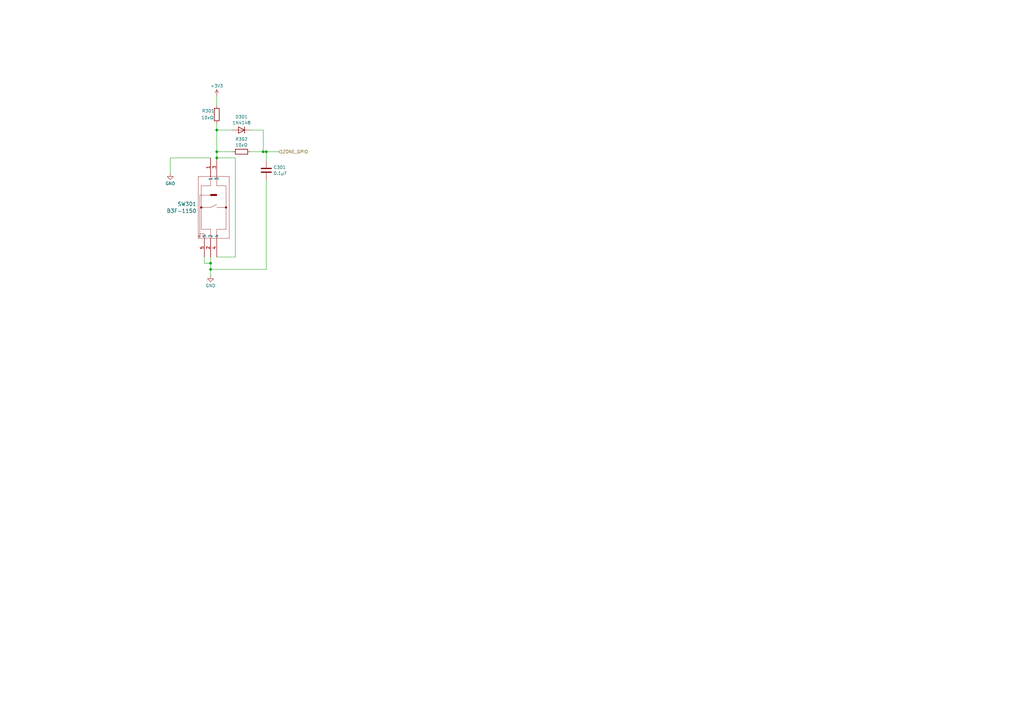
<source format=kicad_sch>
(kicad_sch (version 20231120) (generator "eeschema") (generator_version "8.0")
  (paper "A3")
  (title_block (title "TL2C-ESP32-1 TL2C Adapter for ESP32") (date "2024-02-08") (rev "1.01"))
  (lib_symbols
    (symbol "Device:C" (pin_numbers hide) (pin_names (offset 0.254))
      (property "Reference" "C" (at 0.635 2.54 0))
      (property "Value" "C" (at 0.635 -2.54 0))
      (symbol "C_0_1"
        (polyline (pts (xy -2.032 -0.762) (xy 2.032 -0.762)) (stroke (width 0.508)))
        (polyline (pts (xy -2.032 0.762) (xy 2.032 0.762)) (stroke (width 0.508)))
      )
      (symbol "C_1_1"
        (pin passive line (at 0 3.81 270) (length 2.794) (name "~") (number "1"))
        (pin passive line (at 0 -3.81 90) (length 2.794) (name "~") (number "2"))
      )
    )
    (symbol "Device:R" (pin_numbers hide) (pin_names (offset 0))
      (property "Reference" "R" (at 2.032 0 90))
      (property "Value" "R" (at 0 0 90))
      (symbol "R_0_1"
        (rectangle (start -1.016 -2.54) (end 1.016 2.54) (stroke (width 0.254)))
      )
      (symbol "R_1_1"
        (pin passive line (at 0 3.81 270) (length 1.27) (name "~") (number "1"))
        (pin passive line (at 0 -3.81 90) (length 1.27) (name "~") (number "2"))
      )
    )
    (symbol "Diode:1N4148" (pin_numbers hide) (pin_names hide)
      (property "Reference" "D" (at 0 2.54 0))
      (property "Value" "1N4148" (at 0 -2.54 0))
      (symbol "1N4148_0_1"
        (polyline (pts (xy -1.27 1.27) (xy -1.27 -1.27)) (stroke (width 0.254)))
        (polyline (pts (xy 1.27 0) (xy -1.27 0)))
        (polyline (pts (xy 1.27 1.27) (xy 1.27 -1.27) (xy -1.27 0) (xy 1.27 1.27)) (stroke (width 0.254)))
      )
      (symbol "1N4148_1_1"
        (pin passive line (at -3.81 0 0) (length 2.54) (name "K") (number "1"))
        (pin passive line (at 3.81 0 180) (length 2.54) (name "A") (number "2"))
      )
    )
    (symbol "power:+3V3" (power) (pin_names (offset 0))
      (property "Value" "+3V3" (at 0 3.556 0))
      (symbol "+3V3_0_1"
        (polyline (pts (xy -0.762 1.27) (xy 0 2.54)))
        (polyline (pts (xy 0 0) (xy 0 2.54)))
        (polyline (pts (xy 0 2.54) (xy 0.762 1.27)))
      )
      (symbol "+3V3_1_1"
        (pin power_in line (at 0 0 90) (length 0) hide (name "+3V3") (number "1"))
      )
    )
    (symbol "power:GND" (power) (pin_names (offset 0))
      (property "Value" "GND" (at 0 -3.81 0))
      (symbol "GND_0_1"
        (polyline (pts (xy 0 0) (xy 0 -1.27) (xy 1.27 -1.27) (xy 0 -2.54) (xy -1.27 -1.27) (xy 0 -1.27)))
      )
      (symbol "GND_1_1"
        (pin power_in line (at 0 0 270) (length 0) hide (name "GND") (number "1"))
      )
    )
    (symbol "tl2c-esp:B3F-1150" (pin_names (offset 0.254))
      (property "Reference" "SW" (at 20.32 10.16 0))
      (property "Value" "B3F-1150" (at 20.32 7.62 0))
      (symbol "B3F-1150_0_1"
        (polyline (pts (xy 7.62 -7.62) (xy 33.02 -7.62)) (stroke (width 0.127)))
        (polyline (pts (xy 7.62 -2.54) (xy 11.43 -2.54)) (stroke (width 0.127)))
        (polyline (pts (xy 7.62 0) (xy 11.43 0)) (stroke (width 0.127)))
        (polyline (pts (xy 7.62 5.08) (xy 7.62 -7.62)) (stroke (width 0.127)))
        (polyline (pts (xy 11.43 -6.35) (xy 29.21 -6.35)) (stroke (width 0.127)))
        (polyline (pts (xy 11.43 -2.54) (xy 11.43 -6.35)) (stroke (width 0.127)))
        (polyline (pts (xy 11.43 0) (xy 11.43 3.81)) (stroke (width 0.127)))
        (polyline (pts (xy 14.9225 -2.54) (xy 14.9225 0)) (stroke (width 0.127)))
        (polyline (pts (xy 14.9225 0) (xy 15.5575 0)) (stroke (width 0.127)))
        (polyline (pts (xy 15.24 0) (xy 15.24 4.445)) (stroke (width 0.127)))
        (polyline (pts (xy 15.24 4.445) (xy 31.75 4.445)) (stroke (width 0.127)))
        (polyline (pts (xy 15.5575 -2.54) (xy 14.9225 -2.54)) (stroke (width 0.127)))
        (polyline (pts (xy 15.5575 0) (xy 15.5575 -2.54)) (stroke (width 0.127)))
        (polyline (pts (xy 20.32 -2.54) (xy 20.32 -6.35)) (stroke (width 0.127)))
        (polyline (pts (xy 20.32 0) (xy 19.05 -2.54)) (stroke (width 0.127)))
        (polyline (pts (xy 20.32 3.81) (xy 20.32 0)) (stroke (width 0.127)))
        (polyline (pts (xy 29.21 -6.35) (xy 29.21 -2.54)) (stroke (width 0.127)))
        (polyline (pts (xy 29.21 -2.54) (xy 33.02 -2.54)) (stroke (width 0.127)))
        (polyline (pts (xy 29.21 0) (xy 29.21 3.81)) (stroke (width 0.127)))
        (polyline (pts (xy 29.21 3.81) (xy 11.43 3.81)) (stroke (width 0.127)))
        (polyline (pts (xy 31.115 2.54) (xy 33.02 2.54)) (stroke (width 0.127)))
        (polyline (pts (xy 31.115 4.445) (xy 31.115 2.54)) (stroke (width 0.127)))
        (polyline (pts (xy 31.75 4.1275) (xy 31.9088 4.7625)) (stroke (width 0.127)))
        (polyline (pts (xy 31.75 4.7625) (xy 32.5438 4.7625)) (stroke (width 0.127)))
        (polyline (pts (xy 32.0675 4.1275) (xy 32.2263 4.7625)) (stroke (width 0.127)))
        (polyline (pts (xy 32.5438 4.7625) (xy 32.385 4.1275)) (stroke (width 0.127)))
        (polyline (pts (xy 33.02 -7.62) (xy 33.02 5.08)) (stroke (width 0.127)))
        (polyline (pts (xy 33.02 0) (xy 29.21 0)) (stroke (width 0.127)))
        (polyline (pts (xy 33.02 5.08) (xy 7.62 5.08)) (stroke (width 0.127)))
        (polyline (pts (xy 15.5575 0) (xy 14.9225 0) (xy 14.9225 -2.54) (xy 15.5575 -2.54)) (fill (type outline)))
        (circle (center 20.32 -6.35) (radius 0.254) (stroke (width 0.381)))
        (circle (center 20.32 3.81) (radius 0.254) (stroke (width 0.381)))
        (pin unspecified line (at 0 0 0) (length 7.62) (name "1") (number "1"))
        (pin unspecified line (at 40.64 0 180) (length 7.62) (name "2") (number "2"))
        (pin unspecified line (at 0 -2.54 0) (length 7.62) (name "3") (number "3"))
        (pin unspecified line (at 40.64 -2.54 180) (length 7.62) (name "4") (number "4"))
        (pin unspecified line (at 40.64 2.54 180) (length 7.62) (name "5") (number "5"))
      )
    )
  )
  (junction (at 107.95 62.23))
  (junction (at 109.22 62.23))
  (junction (at 88.9 64.77))
  (junction (at 86.36 110.49))
  (junction (at 88.9 62.23))
  (junction (at 86.36 107.95))
  (junction (at 88.9 53.34))
  (wire (pts (xy 86.36 107.95) (xy 86.36 105.41)))
  (wire (pts (xy 83.82 107.95) (xy 86.36 107.95)))
  (wire (pts (xy 88.9 39.37) (xy 88.9 43.18)))
  (wire (pts (xy 109.22 62.23) (xy 114.3 62.23)))
  (wire (pts (xy 86.36 110.49) (xy 86.36 113.03)))
  (wire (pts (xy 107.95 62.23) (xy 109.22 62.23)))
  (wire (pts (xy 102.87 62.23) (xy 107.95 62.23)))
  (wire (pts (xy 88.9 62.23) (xy 88.9 64.77)))
  (wire (pts (xy 109.22 73.66) (xy 109.22 110.49)))
  (wire (pts (xy 86.36 64.77) (xy 69.85 64.77)))
  (wire (pts (xy 107.95 53.34) (xy 107.95 62.23)))
  (wire (pts (xy 88.9 62.23) (xy 95.25 62.23)))
  (wire (pts (xy 96.52 105.41) (xy 88.9 105.41)))
  (wire (pts (xy 86.36 107.95) (xy 86.36 110.49)))
  (wire (pts (xy 88.9 53.34) (xy 95.25 53.34)))
  (wire (pts (xy 88.9 50.8) (xy 88.9 53.34)))
  (wire (pts (xy 102.87 53.34) (xy 107.95 53.34)))
  (wire (pts (xy 88.9 53.34) (xy 88.9 62.23)))
  (wire (pts (xy 96.52 64.77) (xy 96.52 105.41)))
  (wire (pts (xy 83.82 105.41) (xy 83.82 107.95)))
  (wire (pts (xy 69.85 64.77) (xy 69.85 71.12)))
  (wire (pts (xy 109.22 62.23) (xy 109.22 66.04)))
  (wire (pts (xy 109.22 110.49) (xy 86.36 110.49)))
  (wire (pts (xy 88.9 64.77) (xy 96.52 64.77)))
  (hierarchical_label "ZONE_GPIO" (shape input) (at 114.3 62.23 0))
  (symbol (lib_id "Device:R") (at 99.06 62.23 270) (mirror x) (unit 1)
    (property "Reference" "R302" (at 99.06 57.0695 90))
    (property "Value" "10κΩ" (at 99.06 59.4938 90))
    (property "Footprint" "Resistor_SMD:R_0805_2012Metric" (effects (hide yes)))
  )
  (symbol (lib_id "Device:C") (at 109.22 69.85 0) (unit 1)
    (property "Reference" "C301" (at 112.141 68.6379 0) (effects (justify left)))
    (property "Value" "0.1μF" (at 112.141 71.0621 0) (effects (justify left)))
    (property "Footprint" "Capacitor_SMD:C_0805_2012Metric" (effects (hide yes)))
  )
  (symbol (lib_id "Diode:1N4148") (at 99.06 53.34 180) (unit 1)
    (property "Reference" "D301" (at 99.06 47.9257 0))
    (property "Value" "1N4148" (at 99.06 50.3499 0))
    (property "Footprint" "Diode_SMD:D_SOD-123" (effects (hide yes)))
    (property "Datasheet" "https://assets.nexperia.com/documents/data-sheet/1N4148_1N4448.pdf" (effects (hide yes)))
    (property "Sim.Device" "D" (effects (hide yes)))
    (property "Sim.Pins" "1=K 2=A" (effects (hide yes)))
  )
  (symbol (lib_id "Device:R") (at 88.9 46.99 0) (mirror y) (unit 1)
    (property "Reference" "R301" (at 82.804 45.466 0) (effects (justify right)))
    (property "Value" "10κΩ" (at 82.55 48.26 0) (effects (justify right)))
    (property "Footprint" "Resistor_SMD:R_0805_2012Metric" (effects (hide yes)))
  )
  (symbol (lib_id "power:GND") (at 86.36 113.03 0) (unit 1)
    (property "Reference" "#PWR0302" (effects (hide yes)))
    (property "Value" "GND" (at 86.36 117.1631 0))
  )
  (symbol (lib_id "power:GND") (at 69.85 71.12 0) (unit 1)
    (property "Reference" "#PWR0301" (effects (hide yes)))
    (property "Value" "GND" (at 69.85 75.2531 0))
  )
  (symbol (lib_id "tl2c-esp:B3F-1150") (at 86.36 64.77 90) (mirror x) (unit 1)
    (property "Reference" "SW301" (at 80.5815 83.6736 90) (effects (font (size 1.524 1.524)) (justify left)))
    (property "Value" "B3F-1150" (at 80.5815 86.5064 90) (effects (font (size 1.524 1.524)) (justify left)))
    (property "Footprint" "tl2c-esp:SW_B3F-1150_OMR" (effects (hide yes)))
    (property "Datasheet" "B3F-1150" (effects (hide yes)))
  )
  (symbol (lib_id "power:+3V3") (at 88.9 39.37 0) (unit 1)
    (property "Reference" "#PWR0303" (effects (hide yes)))
    (property "Value" "+3V3" (at 88.9 35.2369 0))
  )
)
</source>
